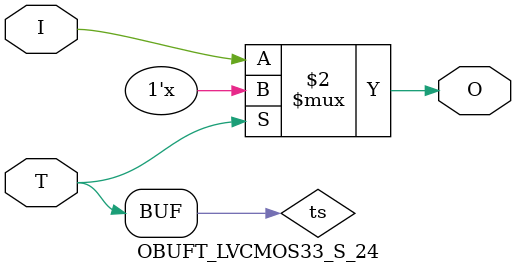
<source format=v>

/*

FUNCTION	: TRI-STATE OUTPUT BUFFER

*/

`celldefine
`timescale  100 ps / 10 ps

module OBUFT_LVCMOS33_S_24 (O, I, T);

    output O;

    input  I, T;

    or O1 (ts, 1'b0, T);
    bufif0 T1 (O, I, ts);

endmodule

</source>
